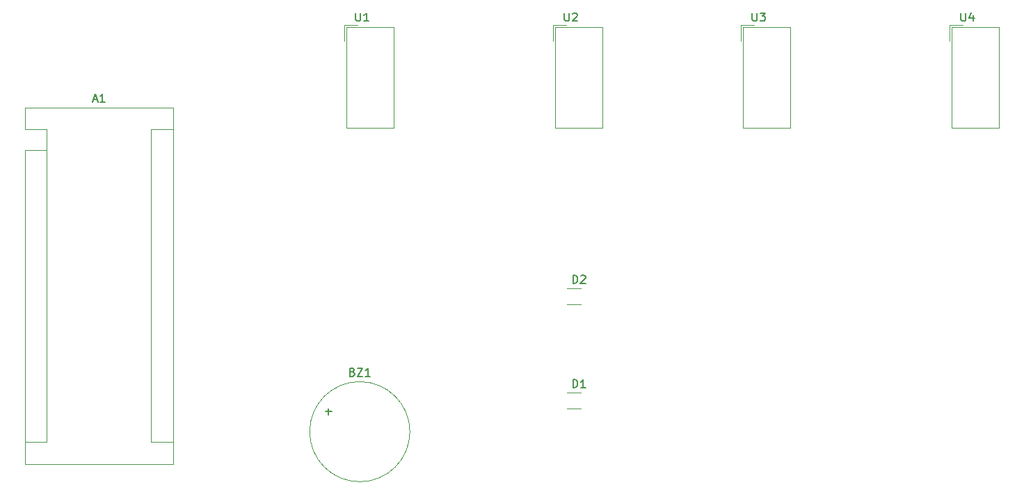
<source format=gto>
G04 #@! TF.GenerationSoftware,KiCad,Pcbnew,(5.1.0)-1*
G04 #@! TF.CreationDate,2019-10-21T13:58:11-04:00*
G04 #@! TF.ProjectId,PCB_NEW,5043425f-4e45-4572-9e6b-696361645f70,rev?*
G04 #@! TF.SameCoordinates,Original*
G04 #@! TF.FileFunction,Legend,Top*
G04 #@! TF.FilePolarity,Positive*
%FSLAX46Y46*%
G04 Gerber Fmt 4.6, Leading zero omitted, Abs format (unit mm)*
G04 Created by KiCad (PCBNEW (5.1.0)-1) date 2019-10-21 13:58:11*
%MOMM*%
%LPD*%
G04 APERTURE LIST*
%ADD10C,0.120000*%
%ADD11C,0.150000*%
G04 APERTURE END LIST*
D10*
X173370000Y-73600000D02*
X174980000Y-73600000D01*
X173370000Y-73600000D02*
X173370000Y-75600000D01*
X173650000Y-86140000D02*
X173650000Y-73890000D01*
X179410000Y-86140000D02*
X173650000Y-86140000D01*
X179410000Y-73880000D02*
X179410000Y-86140000D01*
X173660000Y-73880000D02*
X179400000Y-73880000D01*
X147970000Y-73600000D02*
X149580000Y-73600000D01*
X147970000Y-73600000D02*
X147970000Y-75600000D01*
X148250000Y-86140000D02*
X148250000Y-73890000D01*
X154010000Y-86140000D02*
X148250000Y-86140000D01*
X154010000Y-73880000D02*
X154010000Y-86140000D01*
X148260000Y-73880000D02*
X154000000Y-73880000D01*
X125110000Y-73600000D02*
X126720000Y-73600000D01*
X125110000Y-73600000D02*
X125110000Y-75600000D01*
X125390000Y-86140000D02*
X125390000Y-73890000D01*
X131150000Y-86140000D02*
X125390000Y-86140000D01*
X131150000Y-73880000D02*
X131150000Y-86140000D01*
X125400000Y-73880000D02*
X131140000Y-73880000D01*
X99710000Y-73600000D02*
X101320000Y-73600000D01*
X99710000Y-73600000D02*
X99710000Y-75600000D01*
X99990000Y-86140000D02*
X99990000Y-73890000D01*
X105750000Y-86140000D02*
X99990000Y-86140000D01*
X105750000Y-73880000D02*
X105750000Y-86140000D01*
X100000000Y-73880000D02*
X105740000Y-73880000D01*
X128470000Y-105680000D02*
X126770000Y-105680000D01*
X128470000Y-107680000D02*
X126770000Y-107680000D01*
X128470000Y-118380000D02*
X126770000Y-118380000D01*
X128470000Y-120380000D02*
X126770000Y-120380000D01*
X107690000Y-123190000D02*
G75*
G03X107690000Y-123190000I-6100000J0D01*
G01*
X78870000Y-83690000D02*
X60830000Y-83690000D01*
X78870000Y-127130000D02*
X78870000Y-83690000D01*
X60830000Y-127130000D02*
X78870000Y-127130000D01*
X63500000Y-124460000D02*
X60830000Y-124460000D01*
X63500000Y-88900000D02*
X63500000Y-124460000D01*
X63500000Y-88900000D02*
X60830000Y-88900000D01*
X76200000Y-124460000D02*
X78870000Y-124460000D01*
X76200000Y-86360000D02*
X76200000Y-124460000D01*
X76200000Y-86360000D02*
X78870000Y-86360000D01*
X60830000Y-83690000D02*
X60830000Y-86360000D01*
X60830000Y-88900000D02*
X60830000Y-127130000D01*
X63500000Y-86360000D02*
X60830000Y-86360000D01*
X63500000Y-88900000D02*
X63500000Y-86360000D01*
D11*
X174768095Y-72152380D02*
X174768095Y-72961904D01*
X174815714Y-73057142D01*
X174863333Y-73104761D01*
X174958571Y-73152380D01*
X175149047Y-73152380D01*
X175244285Y-73104761D01*
X175291904Y-73057142D01*
X175339523Y-72961904D01*
X175339523Y-72152380D01*
X176244285Y-72485714D02*
X176244285Y-73152380D01*
X176006190Y-72104761D02*
X175768095Y-72819047D01*
X176387142Y-72819047D01*
X149368095Y-72152380D02*
X149368095Y-72961904D01*
X149415714Y-73057142D01*
X149463333Y-73104761D01*
X149558571Y-73152380D01*
X149749047Y-73152380D01*
X149844285Y-73104761D01*
X149891904Y-73057142D01*
X149939523Y-72961904D01*
X149939523Y-72152380D01*
X150320476Y-72152380D02*
X150939523Y-72152380D01*
X150606190Y-72533333D01*
X150749047Y-72533333D01*
X150844285Y-72580952D01*
X150891904Y-72628571D01*
X150939523Y-72723809D01*
X150939523Y-72961904D01*
X150891904Y-73057142D01*
X150844285Y-73104761D01*
X150749047Y-73152380D01*
X150463333Y-73152380D01*
X150368095Y-73104761D01*
X150320476Y-73057142D01*
X126508095Y-72152380D02*
X126508095Y-72961904D01*
X126555714Y-73057142D01*
X126603333Y-73104761D01*
X126698571Y-73152380D01*
X126889047Y-73152380D01*
X126984285Y-73104761D01*
X127031904Y-73057142D01*
X127079523Y-72961904D01*
X127079523Y-72152380D01*
X127508095Y-72247619D02*
X127555714Y-72200000D01*
X127650952Y-72152380D01*
X127889047Y-72152380D01*
X127984285Y-72200000D01*
X128031904Y-72247619D01*
X128079523Y-72342857D01*
X128079523Y-72438095D01*
X128031904Y-72580952D01*
X127460476Y-73152380D01*
X128079523Y-73152380D01*
X101108095Y-72152380D02*
X101108095Y-72961904D01*
X101155714Y-73057142D01*
X101203333Y-73104761D01*
X101298571Y-73152380D01*
X101489047Y-73152380D01*
X101584285Y-73104761D01*
X101631904Y-73057142D01*
X101679523Y-72961904D01*
X101679523Y-72152380D01*
X102679523Y-73152380D02*
X102108095Y-73152380D01*
X102393809Y-73152380D02*
X102393809Y-72152380D01*
X102298571Y-72295238D01*
X102203333Y-72390476D01*
X102108095Y-72438095D01*
X127531904Y-105132380D02*
X127531904Y-104132380D01*
X127770000Y-104132380D01*
X127912857Y-104180000D01*
X128008095Y-104275238D01*
X128055714Y-104370476D01*
X128103333Y-104560952D01*
X128103333Y-104703809D01*
X128055714Y-104894285D01*
X128008095Y-104989523D01*
X127912857Y-105084761D01*
X127770000Y-105132380D01*
X127531904Y-105132380D01*
X128484285Y-104227619D02*
X128531904Y-104180000D01*
X128627142Y-104132380D01*
X128865238Y-104132380D01*
X128960476Y-104180000D01*
X129008095Y-104227619D01*
X129055714Y-104322857D01*
X129055714Y-104418095D01*
X129008095Y-104560952D01*
X128436666Y-105132380D01*
X129055714Y-105132380D01*
X127531904Y-117832380D02*
X127531904Y-116832380D01*
X127770000Y-116832380D01*
X127912857Y-116880000D01*
X128008095Y-116975238D01*
X128055714Y-117070476D01*
X128103333Y-117260952D01*
X128103333Y-117403809D01*
X128055714Y-117594285D01*
X128008095Y-117689523D01*
X127912857Y-117784761D01*
X127770000Y-117832380D01*
X127531904Y-117832380D01*
X129055714Y-117832380D02*
X128484285Y-117832380D01*
X128770000Y-117832380D02*
X128770000Y-116832380D01*
X128674761Y-116975238D01*
X128579523Y-117070476D01*
X128484285Y-117118095D01*
X100709047Y-115918571D02*
X100851904Y-115966190D01*
X100899523Y-116013809D01*
X100947142Y-116109047D01*
X100947142Y-116251904D01*
X100899523Y-116347142D01*
X100851904Y-116394761D01*
X100756666Y-116442380D01*
X100375714Y-116442380D01*
X100375714Y-115442380D01*
X100709047Y-115442380D01*
X100804285Y-115490000D01*
X100851904Y-115537619D01*
X100899523Y-115632857D01*
X100899523Y-115728095D01*
X100851904Y-115823333D01*
X100804285Y-115870952D01*
X100709047Y-115918571D01*
X100375714Y-115918571D01*
X101280476Y-115442380D02*
X101947142Y-115442380D01*
X101280476Y-116442380D01*
X101947142Y-116442380D01*
X102851904Y-116442380D02*
X102280476Y-116442380D01*
X102566190Y-116442380D02*
X102566190Y-115442380D01*
X102470952Y-115585238D01*
X102375714Y-115680476D01*
X102280476Y-115728095D01*
X97399047Y-120721428D02*
X98160952Y-120721428D01*
X97780000Y-121102380D02*
X97780000Y-120340476D01*
X69135714Y-82716666D02*
X69611904Y-82716666D01*
X69040476Y-83002380D02*
X69373809Y-82002380D01*
X69707142Y-83002380D01*
X70564285Y-83002380D02*
X69992857Y-83002380D01*
X70278571Y-83002380D02*
X70278571Y-82002380D01*
X70183333Y-82145238D01*
X70088095Y-82240476D01*
X69992857Y-82288095D01*
M02*

</source>
